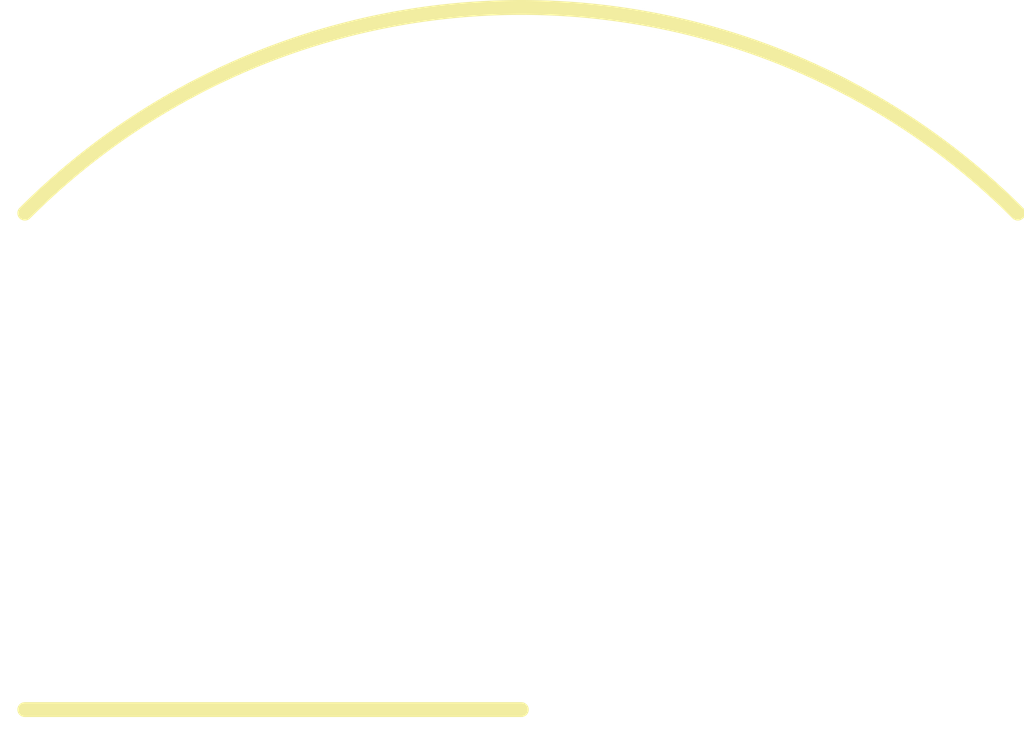
<source format=kicad_pcb>


(kicad_pcb (version 20171130) (host pcbnew 5.1.6)

  (page A3)
  (title_block
    (title "pcb")
    (rev "v9.9")
    (company "Ergogen Tests")
  )

  (general
    (thickness 1.6)
  )

  (layers
    (0 F.Cu signal)
    (31 B.Cu signal)
    (32 B.Adhes user)
    (33 F.Adhes user)
    (34 B.Paste user)
    (35 F.Paste user)
    (36 B.SilkS user)
    (37 F.SilkS user)
    (38 B.Mask user)
    (39 F.Mask user)
    (40 Dwgs.User user)
    (41 Cmts.User user)
    (42 Eco1.User user)
    (43 Eco2.User user)
    (44 Edge.Cuts user)
    (45 Margin user)
    (46 B.CrtYd user)
    (47 F.CrtYd user)
    (48 B.Fab user)
    (49 F.Fab user)
  )

  (setup
    (last_trace_width 0.25)
    (trace_clearance 0.2)
    (zone_clearance 0.508)
    (zone_45_only no)
    (trace_min 0.2)
    (via_size 0.8)
    (via_drill 0.4)
    (via_min_size 0.4)
    (via_min_drill 0.3)
    (uvia_size 0.3)
    (uvia_drill 0.1)
    (uvias_allowed no)
    (uvia_min_size 0.2)
    (uvia_min_drill 0.1)
    (edge_width 0.05)
    (segment_width 0.2)
    (pcb_text_width 0.3)
    (pcb_text_size 1.5 1.5)
    (mod_edge_width 0.12)
    (mod_text_size 1 1)
    (mod_text_width 0.15)
    (pad_size 1.524 1.524)
    (pad_drill 0.762)
    (pad_to_mask_clearance 0.05)
    (aux_axis_origin 0 0)
    (visible_elements FFFFFF7F)
    (pcbplotparams
      (layerselection 0x010fc_ffffffff)
      (usegerberextensions false)
      (usegerberattributes true)
      (usegerberadvancedattributes true)
      (creategerberjobfile true)
      (excludeedgelayer true)
      (linewidth 0.100000)
      (plotframeref false)
      (viasonmask false)
      (mode 1)
      (useauxorigin false)
      (hpglpennumber 1)
      (hpglpenspeed 20)
      (hpglpendiameter 15.000000)
      (psnegative false)
      (psa4output false)
      (plotreference true)
      (plotvalue true)
      (plotinvisibletext false)
      (padsonsilk false)
      (subtractmaskfromsilk false)
      (outputformat 1)
      (mirror false)
      (drillshape 1)
      (scaleselection 1)
      (outputdirectory ""))
  )

  (net 0 "")

  (net_class Default "This is the default net class."
    (clearance 0.2)
    (trace_width 0.25)
    (via_dia 0.8)
    (via_drill 0.4)
    (uvia_dia 0.3)
    (uvia_drill 0.1)
    (add_net "")
  )

  
  
        (module visual_arc_text (layer F.Cu) (tedit 0)

            (at 0 0 0)

            (fp_text reference "FP1" (at 0 0) (layer F.SilkS) hide (effects (font (size 1.27 1.27) (thickness 0.15))))
            (fp_text value "" (at 0 0) (layer F.SilkS) hide (effects (font (size 1.27 1.27) (thickness 0.15))))

            (fp_arc (start 5 0) (end 0 -5) (angle 90) (layer F.SilkS) (width 0.15))
            (fp_line (start 0 0) (end 5 0) (layer F.SilkS) (width 0.15))
            (fp_text user "ARC90" (at 0 -7 30) (layer F.SilkS) hide (effects (font (size 1.2 1.2) (thickness 0.15)) (justify right)))

        )
  
    
  

)
</source>
